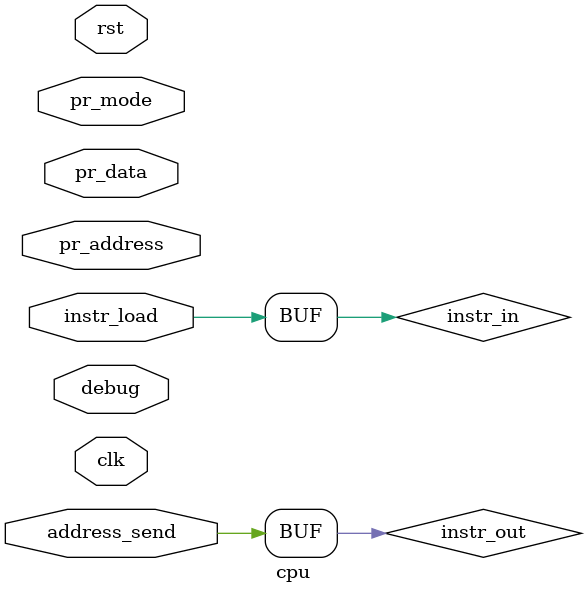
<source format=v>
`include "register/register.v"
`include "control/control.v"
`include "instruction_register/instruction_register.v"
`include "mar/mar.v"
`include "ram/ram.v"
`include "pc/program_counter.v"
`include "mux/mux2_4.v"
module cpu(
    input clk,
    input rst,
    input pr_mode,
    input [3:0] pr_address,
    input [7:0] pr_data,
    input instr_load,
    input debug,
    input address_send
  );

  wire data_load;
  wire data_send;
  wire [7:0] bus;
  wire [7:0] bus_out;
  wire [7:0] unbuffered_out;

  wire [3:0] mar_address;
  wire [3:0] ram_address;
  wire [3:0] opcode;

  wire [3:0] flags;
  wire halt;
  wire reg_a_in;
  wire reg_a_out;
  wire reg_b_in;
  wire reg_b_out;
  wire alu_out;
  wire alu_sub;
  wire instr_in;
  wire instr_out;
  wire mar_in;
  wire ram_in;
  wire ram_out;
  wire reg_out_in;
  wire pc_inc;
  wire pc_out;
  wire pc_jmp;
  wire [3:0] reg_flags_in;
  wire [3:0] step_out;

  assign instr_in = instr_load; // TESTING: DELETE
  assign instr_out = address_send; // TESTING: DELETE

  mux2_4 mx24(
      .address_1(mar_address),
      .address_2(pr_address),
      .select(pr_mode),
      .address_out(ram_address)
    );

  program_counter pc(
      .debug(debug),
      .out_en(pc_out),
      .rst(rst),
      .inc(pc_inc),
      .cnt(bus)
    );

  ram r(
      .debug(debug),
      .prg_mode(pr_mode),
      .prg_data(pr_data),
      .address(ram_address),
      .wr_en(ram_in),
      .re_en(ram_out),
      .bus(bus)
    );

  instruction_register ir(
      .debug(debug),
      .rst(rst),
      .instr_load_in(instr_in),
      .instr_send_in(instr_out),
      .bus_in(bus),
      .opcode(opcode),
      .address_out(bus[3:0])
    );

  mar mar_(
      .debug(debug),
      .rst(rst),
      .address_in(bus[3:0]),
      .enable_in(mar_in),
      .address_out(mar_address)
    );

  register reg_a(
      .debug(debug),
      .rst(rst),
      .data_load(reg_a_in),
      .data_send(reg_a_out),
      .bus(bus),
      .bus_out(bus_out),
      .unbuffered_out(unbuffered_out)
    );

  register reg_b(
      .debug(debug),
      .rst(rst),
      .data_load(reg_b_in),
      .data_send(reg_b_out),
      .bus(bus),
      .bus_out(bus_out),
      .unbuffered_out(unbuffered_out)
    );

  register reg_out(
      .debug(debug),
      .rst(rst),
      .data_load(reg_out_in),
      .data_send(reg_b_out),
      .bus(bus),
      .bus_out(bus_out),
      .unbuffered_out(unbuffered_out)
    );

  controller c(
    .debug(debug),
    .clk(clk),
    .rst(rst),
    .opcode(opcode),
    .flags(flags),
    .halt(halt),
    .reg_a_in(reg_a_in),
    .reg_a_out(reg_a_out),
    .reg_b_in(reg_b_in),
    .reg_b_out(reg_b_out),
    .alu_out(alu_out),
    .alu_sub(alu_sub),
    .instr_in(instr_in),
    .instr_out(instr_out),
    .mar_in(mar_in),
    .ram_in(ram_in),
    .ram_out(ram_out),
    .reg_out_in(reg_out_in),
    .pc_inc(pc_inc),
    .pc_out(pc_out),
    .pc_jmp(pc_jmp),
    .reg_flags_in(reg_flags_in),
    .step_out(step_out)
  );

endmodule

</source>
